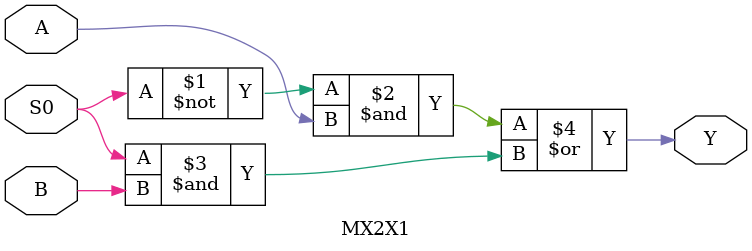
<source format=v>


module MX2X1 (Y, A, B, S0);
	output Y;
	input A, B, S0;

	assign Y = ((~S0) & A) | (S0 & B );

endmodule

</source>
